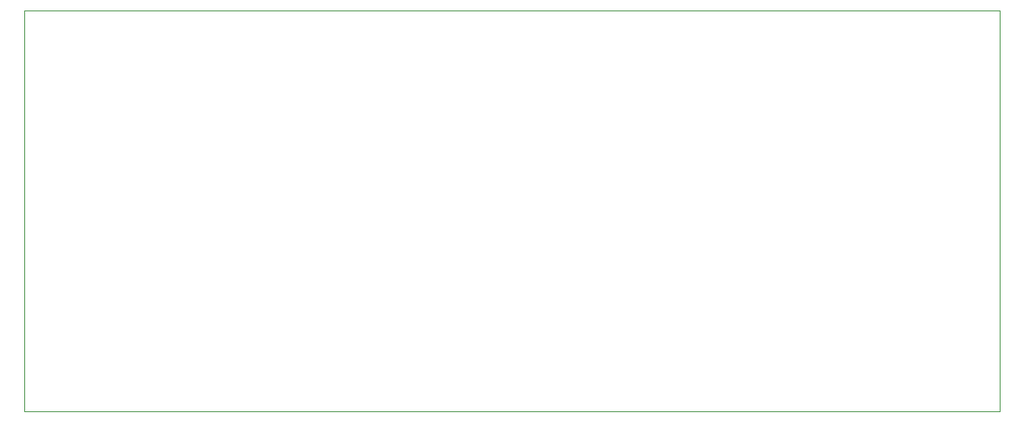
<source format=gko>
%FSLAX42Y42*%
%MOMM*%
G71*
G01*
G75*
%ADD10C,0.50*%
%ADD11R,1.50X1.30*%
%ADD12R,1.80X1.60*%
%ADD13C,1.50*%
%ADD14R,1.50X1.50*%
%ADD15C,0.40*%
%ADD16C,0.30*%
%ADD17C,1.00*%
%ADD18C,0.25*%
%ADD19R,0.63X1.86*%
%ADD20R,0.25X0.36*%
%ADD21C,0.80*%
%ADD22C,0.20*%
%ADD23C,0.60*%
%ADD24R,1.70X1.50*%
%ADD25R,2.00X1.80*%
%ADD26C,1.70*%
%ADD27R,1.70X1.70*%
%ADD28C,0.00*%
D28*
X0Y-4200D02*
X10200D01*
Y0D01*
X0D02*
X10200D01*
X0Y-4200D02*
Y0D01*
M02*

</source>
